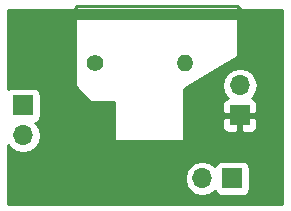
<source format=gbr>
G04 #@! TF.FileFunction,Copper,L2,Bot,Signal*
%FSLAX46Y46*%
G04 Gerber Fmt 4.6, Leading zero omitted, Abs format (unit mm)*
G04 Created by KiCad (PCBNEW 4.0.4-stable) date 11/06/17 01:13:56*
%MOMM*%
%LPD*%
G01*
G04 APERTURE LIST*
%ADD10C,0.100000*%
%ADD11R,1.700000X1.700000*%
%ADD12O,1.700000X1.700000*%
%ADD13C,1.400000*%
%ADD14O,1.400000X1.400000*%
%ADD15C,0.600000*%
%ADD16C,0.250000*%
%ADD17C,0.254000*%
G04 APERTURE END LIST*
D10*
D11*
X145770000Y-89540000D03*
D12*
X143230000Y-89540000D03*
D11*
X146420000Y-84200000D03*
D12*
X146420000Y-81660000D03*
D11*
X128080000Y-83350000D03*
D12*
X128080000Y-85890000D03*
D13*
X134200000Y-79740000D03*
D14*
X141820000Y-79740000D03*
D15*
X131420000Y-81300000D03*
D16*
X131420000Y-81300000D02*
X131420000Y-76180000D01*
X131420000Y-76180000D02*
X132660000Y-74940000D01*
X132660000Y-74940000D02*
X146180000Y-74940000D01*
X146180000Y-74940000D02*
X149090000Y-77850000D01*
X149090000Y-77850000D02*
X149090000Y-83620000D01*
X149090000Y-83620000D02*
X148510000Y-84200000D01*
X148510000Y-84200000D02*
X146420000Y-84200000D01*
D17*
G36*
X150030000Y-91740000D02*
X126830000Y-91740000D01*
X126830000Y-89510907D01*
X141745000Y-89510907D01*
X141745000Y-89569093D01*
X141858039Y-90137378D01*
X142179946Y-90619147D01*
X142661715Y-90941054D01*
X143230000Y-91054093D01*
X143798285Y-90941054D01*
X144280054Y-90619147D01*
X144307850Y-90577548D01*
X144316838Y-90625317D01*
X144455910Y-90841441D01*
X144668110Y-90986431D01*
X144920000Y-91037440D01*
X146620000Y-91037440D01*
X146855317Y-90993162D01*
X147071441Y-90854090D01*
X147216431Y-90641890D01*
X147267440Y-90390000D01*
X147267440Y-88690000D01*
X147223162Y-88454683D01*
X147084090Y-88238559D01*
X146871890Y-88093569D01*
X146620000Y-88042560D01*
X144920000Y-88042560D01*
X144684683Y-88086838D01*
X144468559Y-88225910D01*
X144323569Y-88438110D01*
X144309914Y-88505541D01*
X144280054Y-88460853D01*
X143798285Y-88138946D01*
X143230000Y-88025907D01*
X142661715Y-88138946D01*
X142179946Y-88460853D01*
X141858039Y-88942622D01*
X141745000Y-89510907D01*
X126830000Y-89510907D01*
X126830000Y-86684354D01*
X127000853Y-86940054D01*
X127482622Y-87261961D01*
X128050907Y-87375000D01*
X128109093Y-87375000D01*
X128677378Y-87261961D01*
X129159147Y-86940054D01*
X129481054Y-86458285D01*
X129594093Y-85890000D01*
X129481054Y-85321715D01*
X129159147Y-84839946D01*
X129117548Y-84812150D01*
X129165317Y-84803162D01*
X129381441Y-84664090D01*
X129526431Y-84451890D01*
X129577440Y-84200000D01*
X129577440Y-82500000D01*
X129533162Y-82264683D01*
X129394090Y-82048559D01*
X129181890Y-81903569D01*
X128930000Y-81852560D01*
X127230000Y-81852560D01*
X126994683Y-81896838D01*
X126830000Y-82002809D01*
X126830000Y-76070000D01*
X132473000Y-76070000D01*
X132473000Y-76860000D01*
X132481685Y-76906159D01*
X132493000Y-76923743D01*
X132493000Y-77025963D01*
X132483006Y-77040590D01*
X132473000Y-77090000D01*
X132473000Y-81720000D01*
X132482334Y-81767789D01*
X132510197Y-81809803D01*
X133740197Y-83039803D01*
X133780590Y-83066994D01*
X133830000Y-83077000D01*
X135773000Y-83077000D01*
X135773000Y-86280000D01*
X135781685Y-86326159D01*
X135808965Y-86368553D01*
X135850590Y-86396994D01*
X135900000Y-86407000D01*
X141560000Y-86407000D01*
X141606159Y-86398315D01*
X141648553Y-86371035D01*
X141676994Y-86329410D01*
X141687000Y-86280000D01*
X141687000Y-84485750D01*
X144935000Y-84485750D01*
X144935000Y-85176310D01*
X145031673Y-85409699D01*
X145210302Y-85588327D01*
X145443691Y-85685000D01*
X146134250Y-85685000D01*
X146293000Y-85526250D01*
X146293000Y-84327000D01*
X146547000Y-84327000D01*
X146547000Y-85526250D01*
X146705750Y-85685000D01*
X147396309Y-85685000D01*
X147629698Y-85588327D01*
X147808327Y-85409699D01*
X147905000Y-85176310D01*
X147905000Y-84485750D01*
X147746250Y-84327000D01*
X146547000Y-84327000D01*
X146293000Y-84327000D01*
X145093750Y-84327000D01*
X144935000Y-84485750D01*
X141687000Y-84485750D01*
X141687000Y-81981344D01*
X142214510Y-81660000D01*
X144905907Y-81660000D01*
X145018946Y-82228285D01*
X145340853Y-82710054D01*
X145384777Y-82739403D01*
X145210302Y-82811673D01*
X145031673Y-82990301D01*
X144935000Y-83223690D01*
X144935000Y-83914250D01*
X145093750Y-84073000D01*
X146293000Y-84073000D01*
X146293000Y-84053000D01*
X146547000Y-84053000D01*
X146547000Y-84073000D01*
X147746250Y-84073000D01*
X147905000Y-83914250D01*
X147905000Y-83223690D01*
X147808327Y-82990301D01*
X147629698Y-82811673D01*
X147455223Y-82739403D01*
X147499147Y-82710054D01*
X147821054Y-82228285D01*
X147934093Y-81660000D01*
X147821054Y-81091715D01*
X147499147Y-80609946D01*
X147017378Y-80288039D01*
X146449093Y-80175000D01*
X146390907Y-80175000D01*
X145822622Y-80288039D01*
X145340853Y-80609946D01*
X145018946Y-81091715D01*
X144905907Y-81660000D01*
X142214510Y-81660000D01*
X146206071Y-79228460D01*
X146228553Y-79211035D01*
X146256994Y-79169410D01*
X146267000Y-79120000D01*
X146267000Y-76070000D01*
X146258315Y-76023841D01*
X146231035Y-75981447D01*
X146189410Y-75953006D01*
X146140000Y-75943000D01*
X132600000Y-75943000D01*
X132553841Y-75951685D01*
X132511447Y-75978965D01*
X132483006Y-76020590D01*
X132473000Y-76070000D01*
X126830000Y-76070000D01*
X126830000Y-75250000D01*
X150030000Y-75250000D01*
X150030000Y-91740000D01*
X150030000Y-91740000D01*
G37*
X150030000Y-91740000D02*
X126830000Y-91740000D01*
X126830000Y-89510907D01*
X141745000Y-89510907D01*
X141745000Y-89569093D01*
X141858039Y-90137378D01*
X142179946Y-90619147D01*
X142661715Y-90941054D01*
X143230000Y-91054093D01*
X143798285Y-90941054D01*
X144280054Y-90619147D01*
X144307850Y-90577548D01*
X144316838Y-90625317D01*
X144455910Y-90841441D01*
X144668110Y-90986431D01*
X144920000Y-91037440D01*
X146620000Y-91037440D01*
X146855317Y-90993162D01*
X147071441Y-90854090D01*
X147216431Y-90641890D01*
X147267440Y-90390000D01*
X147267440Y-88690000D01*
X147223162Y-88454683D01*
X147084090Y-88238559D01*
X146871890Y-88093569D01*
X146620000Y-88042560D01*
X144920000Y-88042560D01*
X144684683Y-88086838D01*
X144468559Y-88225910D01*
X144323569Y-88438110D01*
X144309914Y-88505541D01*
X144280054Y-88460853D01*
X143798285Y-88138946D01*
X143230000Y-88025907D01*
X142661715Y-88138946D01*
X142179946Y-88460853D01*
X141858039Y-88942622D01*
X141745000Y-89510907D01*
X126830000Y-89510907D01*
X126830000Y-86684354D01*
X127000853Y-86940054D01*
X127482622Y-87261961D01*
X128050907Y-87375000D01*
X128109093Y-87375000D01*
X128677378Y-87261961D01*
X129159147Y-86940054D01*
X129481054Y-86458285D01*
X129594093Y-85890000D01*
X129481054Y-85321715D01*
X129159147Y-84839946D01*
X129117548Y-84812150D01*
X129165317Y-84803162D01*
X129381441Y-84664090D01*
X129526431Y-84451890D01*
X129577440Y-84200000D01*
X129577440Y-82500000D01*
X129533162Y-82264683D01*
X129394090Y-82048559D01*
X129181890Y-81903569D01*
X128930000Y-81852560D01*
X127230000Y-81852560D01*
X126994683Y-81896838D01*
X126830000Y-82002809D01*
X126830000Y-76070000D01*
X132473000Y-76070000D01*
X132473000Y-76860000D01*
X132481685Y-76906159D01*
X132493000Y-76923743D01*
X132493000Y-77025963D01*
X132483006Y-77040590D01*
X132473000Y-77090000D01*
X132473000Y-81720000D01*
X132482334Y-81767789D01*
X132510197Y-81809803D01*
X133740197Y-83039803D01*
X133780590Y-83066994D01*
X133830000Y-83077000D01*
X135773000Y-83077000D01*
X135773000Y-86280000D01*
X135781685Y-86326159D01*
X135808965Y-86368553D01*
X135850590Y-86396994D01*
X135900000Y-86407000D01*
X141560000Y-86407000D01*
X141606159Y-86398315D01*
X141648553Y-86371035D01*
X141676994Y-86329410D01*
X141687000Y-86280000D01*
X141687000Y-84485750D01*
X144935000Y-84485750D01*
X144935000Y-85176310D01*
X145031673Y-85409699D01*
X145210302Y-85588327D01*
X145443691Y-85685000D01*
X146134250Y-85685000D01*
X146293000Y-85526250D01*
X146293000Y-84327000D01*
X146547000Y-84327000D01*
X146547000Y-85526250D01*
X146705750Y-85685000D01*
X147396309Y-85685000D01*
X147629698Y-85588327D01*
X147808327Y-85409699D01*
X147905000Y-85176310D01*
X147905000Y-84485750D01*
X147746250Y-84327000D01*
X146547000Y-84327000D01*
X146293000Y-84327000D01*
X145093750Y-84327000D01*
X144935000Y-84485750D01*
X141687000Y-84485750D01*
X141687000Y-81981344D01*
X142214510Y-81660000D01*
X144905907Y-81660000D01*
X145018946Y-82228285D01*
X145340853Y-82710054D01*
X145384777Y-82739403D01*
X145210302Y-82811673D01*
X145031673Y-82990301D01*
X144935000Y-83223690D01*
X144935000Y-83914250D01*
X145093750Y-84073000D01*
X146293000Y-84073000D01*
X146293000Y-84053000D01*
X146547000Y-84053000D01*
X146547000Y-84073000D01*
X147746250Y-84073000D01*
X147905000Y-83914250D01*
X147905000Y-83223690D01*
X147808327Y-82990301D01*
X147629698Y-82811673D01*
X147455223Y-82739403D01*
X147499147Y-82710054D01*
X147821054Y-82228285D01*
X147934093Y-81660000D01*
X147821054Y-81091715D01*
X147499147Y-80609946D01*
X147017378Y-80288039D01*
X146449093Y-80175000D01*
X146390907Y-80175000D01*
X145822622Y-80288039D01*
X145340853Y-80609946D01*
X145018946Y-81091715D01*
X144905907Y-81660000D01*
X142214510Y-81660000D01*
X146206071Y-79228460D01*
X146228553Y-79211035D01*
X146256994Y-79169410D01*
X146267000Y-79120000D01*
X146267000Y-76070000D01*
X146258315Y-76023841D01*
X146231035Y-75981447D01*
X146189410Y-75953006D01*
X146140000Y-75943000D01*
X132600000Y-75943000D01*
X132553841Y-75951685D01*
X132511447Y-75978965D01*
X132483006Y-76020590D01*
X132473000Y-76070000D01*
X126830000Y-76070000D01*
X126830000Y-75250000D01*
X150030000Y-75250000D01*
X150030000Y-91740000D01*
M02*

</source>
